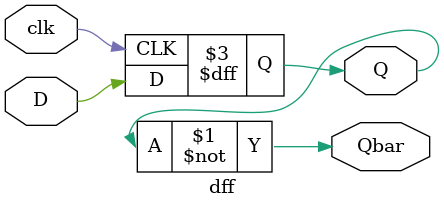
<source format=v>
module password(
in,
clk,
out
);
input in,clk;
output out;
wire [3:0] w;
wire [3:0] wbar;
assign wbar[0] = ~w[0];
assign wbar[1] = ~w[1];
assign wbar[2] = ~w[2];
assign wbar[3] = ~w[3];
dff d0 (in, w[0], wbar[0], clk);
dff d1 (w[0], w[1], wbar[1], clk);
dff d2 (w[1], w[2], wbar[2], clk);
dff d3 (w[2], w[3], wbar[3], clk);
assign out = &{w[0], wbar[1], wbar[2], w[3]};
endmodule

module dff(
D,
Q,
Qbar,
clk
);
input D, clk;
output Q, Qbar;
reg Q;
assign Qbar=~Q;
always @(negedge clk)
begin
    Q=D;
end
endmodule
</source>
